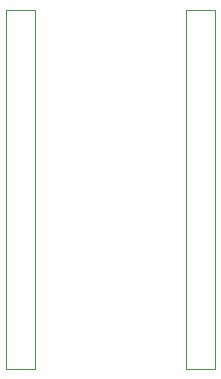
<source format=gbo>
G04 #@! TF.GenerationSoftware,KiCad,Pcbnew,7.0.9*
G04 #@! TF.CreationDate,2023-11-23T02:36:07+01:00*
G04 #@! TF.ProjectId,bosch_kf4_pll,626f7363-685f-46b6-9634-5f706c6c2e6b,2*
G04 #@! TF.SameCoordinates,Original*
G04 #@! TF.FileFunction,Legend,Bot*
G04 #@! TF.FilePolarity,Positive*
%FSLAX46Y46*%
G04 Gerber Fmt 4.6, Leading zero omitted, Abs format (unit mm)*
G04 Created by KiCad (PCBNEW 7.0.9) date 2023-11-23 02:36:07*
%MOMM*%
%LPD*%
G01*
G04 APERTURE LIST*
%ADD10C,0.100000*%
%ADD11O,1.750000X2.250000*%
%ADD12C,2.374900*%
%ADD13C,0.990600*%
%ADD14R,1.600000X1.600000*%
%ADD15O,1.600000X1.600000*%
G04 APERTURE END LIST*
D10*
X137967500Y-76280000D02*
X137967500Y-106720000D01*
X137967500Y-76280000D02*
X140467500Y-76280000D01*
X137967500Y-106720000D02*
X140467500Y-106720000D01*
X140467500Y-106720000D02*
X140467500Y-76280000D01*
X153207500Y-76280000D02*
X153207500Y-106720000D01*
X153207500Y-76280000D02*
X155707500Y-76280000D01*
X153207500Y-106720000D02*
X155707500Y-106720000D01*
X155707500Y-106720000D02*
X155707500Y-76280000D01*
%LPC*%
D11*
X144282500Y-77530000D03*
X146822500Y-77530000D03*
X149362500Y-77530000D03*
D12*
X149377500Y-100490000D03*
D13*
X146837500Y-100490000D03*
D12*
X144297500Y-100490000D03*
X149377500Y-103665000D03*
X144297500Y-103665000D03*
D13*
X147853500Y-105570000D03*
X145821500Y-105570000D03*
D14*
X139217500Y-77530000D03*
D15*
X139217500Y-80070000D03*
X139217500Y-82610000D03*
X139217500Y-85150000D03*
X139217500Y-87690000D03*
X139217500Y-90230000D03*
X139217500Y-92770000D03*
X139217500Y-95310000D03*
X139217500Y-97850000D03*
X139217500Y-100390000D03*
X139217500Y-102930000D03*
X139217500Y-105470000D03*
X154457500Y-105470000D03*
X154457500Y-102930000D03*
X154457500Y-100390000D03*
X154457500Y-97850000D03*
X154457500Y-95310000D03*
X154457500Y-92770000D03*
X154457500Y-90230000D03*
X154457500Y-87690000D03*
X154457500Y-85150000D03*
X154457500Y-82610000D03*
X154457500Y-80070000D03*
X154457500Y-77530000D03*
%LPD*%
M02*

</source>
